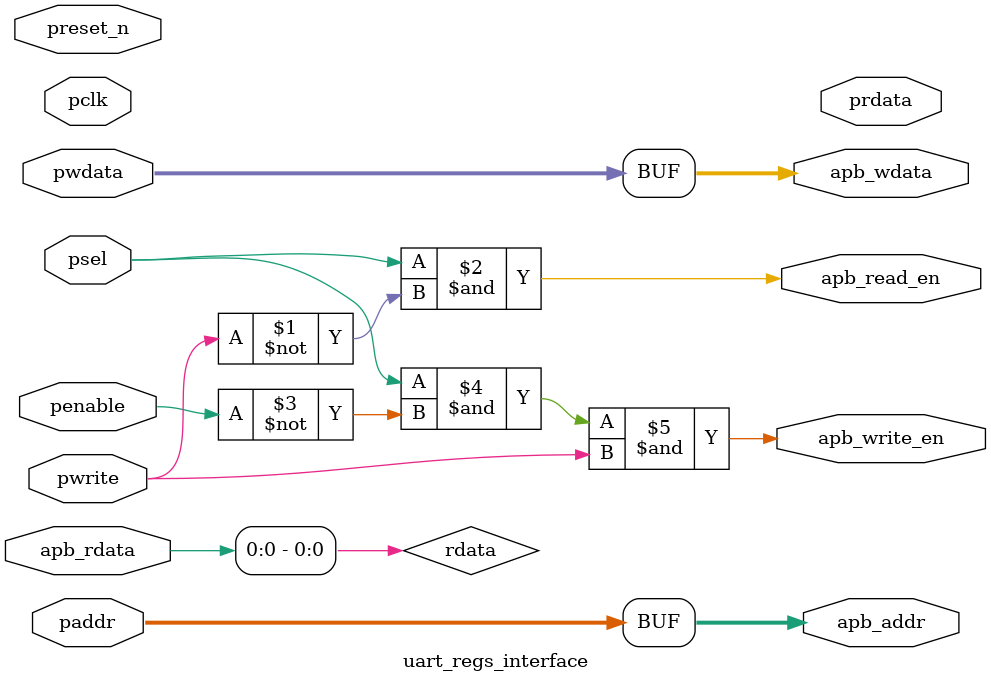
<source format=sv>
module uart_regs_interface #(
 parameter   ADDR_WD  = 12
)(
  input   logic                 pclk          ,
  input   logic                 preset_n      ,
  input   logic                 psel          ,
  input   logic[ADDR_WD-1:0]    paddr         ,
  input   logic                 penable       ,
  input   logic                 pwrite        ,
  input   logic[31:0]           pwdata        ,
  output  logic[31:0]           prdata        ,
  input   logic[31:0]           apb_rdata     ,             // apb 2 internal interface
  output  logic[ADDR_WD-1:0]    apb_addr      ,
  output  logic                 apb_read_en   ,
  output  logic                 apb_write_en  ,
  output  logic[31:0]           apb_wdata
);
  assign  apb_addr      = paddr;
  assign  apb_read_en   = psel & (~pwrite);
  assign  apb_write_en  = psel & (~penable) & pwrite;
  assign  apb_wdata     = pwdata;
  assign  rdata         = apb_rdata;

endmodule


</source>
